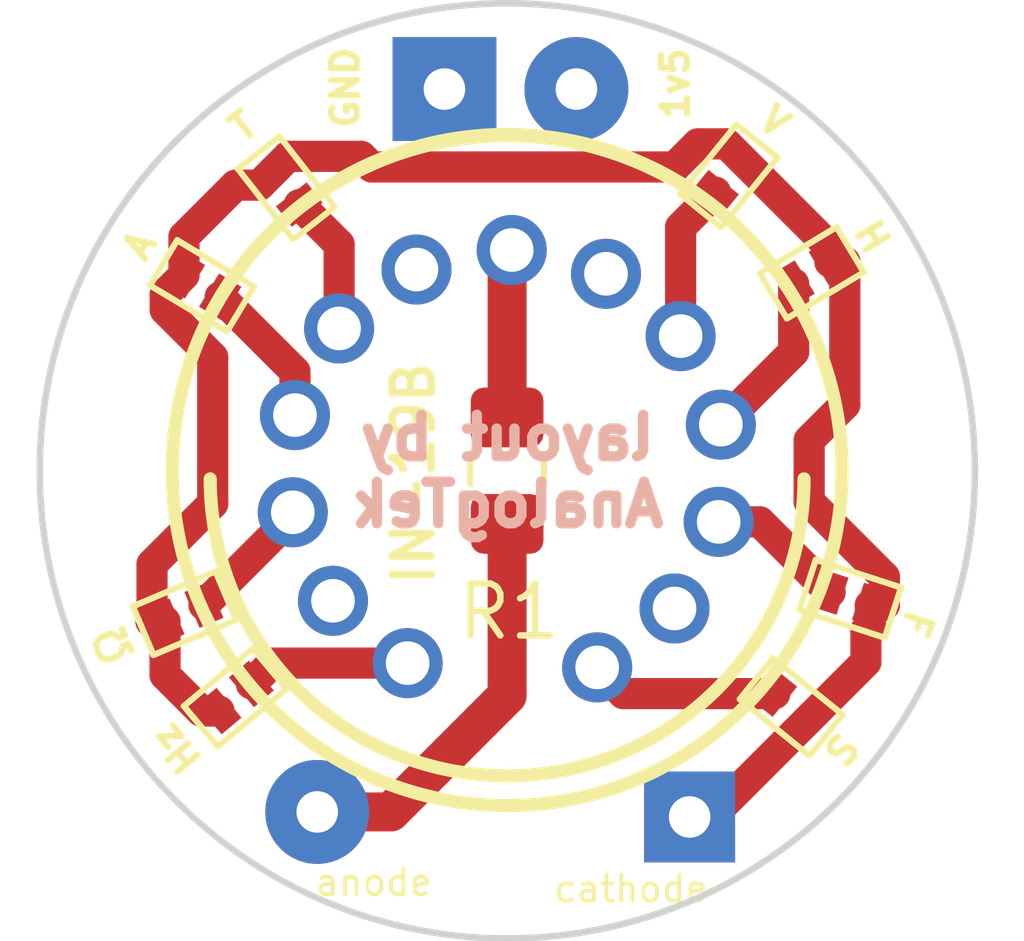
<source format=kicad_pcb>
(kicad_pcb (version 20171130) (host pcbnew "(5.1.5)-2")

  (general
    (thickness 1.6)
    (drawings 3)
    (tracks 60)
    (zones 0)
    (modules 16)
    (nets 14)
  )

  (page A4)
  (layers
    (0 F.Cu signal)
    (31 B.Cu signal)
    (32 B.Adhes user)
    (33 F.Adhes user)
    (34 B.Paste user)
    (35 F.Paste user)
    (36 B.SilkS user)
    (37 F.SilkS user)
    (38 B.Mask user)
    (39 F.Mask user)
    (40 Dwgs.User user)
    (41 Cmts.User user hide)
    (42 Eco1.User user)
    (43 Eco2.User user)
    (44 Edge.Cuts user)
    (45 Margin user)
    (46 B.CrtYd user)
    (47 F.CrtYd user)
    (48 B.Fab user hide)
    (49 F.Fab user hide)
  )

  (setup
    (last_trace_width 0.6)
    (user_trace_width 0.4)
    (user_trace_width 0.5)
    (user_trace_width 0.6)
    (user_trace_width 0.75)
    (trace_clearance 0.2)
    (zone_clearance 0.508)
    (zone_45_only no)
    (trace_min 0.2)
    (via_size 0.8)
    (via_drill 0.4)
    (via_min_size 0.4)
    (via_min_drill 0.3)
    (uvia_size 0.3)
    (uvia_drill 0.1)
    (uvias_allowed no)
    (uvia_min_size 0.2)
    (uvia_min_drill 0.1)
    (edge_width 0.05)
    (segment_width 0.2)
    (pcb_text_width 0.3)
    (pcb_text_size 1.5 1.5)
    (mod_edge_width 0.12)
    (mod_text_size 1 1)
    (mod_text_width 0.15)
    (pad_size 0.5 0.75)
    (pad_drill 0)
    (pad_to_mask_clearance 0.051)
    (solder_mask_min_width 0.25)
    (aux_axis_origin 0 0)
    (grid_origin 99.71786 112.34166)
    (visible_elements 7FFFFFFF)
    (pcbplotparams
      (layerselection 0x010fc_ffffffff)
      (usegerberextensions false)
      (usegerberattributes false)
      (usegerberadvancedattributes false)
      (creategerberjobfile false)
      (excludeedgelayer true)
      (linewidth 0.100000)
      (plotframeref false)
      (viasonmask false)
      (mode 1)
      (useauxorigin false)
      (hpglpennumber 1)
      (hpglpenspeed 20)
      (hpglpendiameter 15.000000)
      (psnegative false)
      (psa4output false)
      (plotreference true)
      (plotvalue true)
      (plotinvisibletext false)
      (padsonsilk false)
      (subtractmaskfromsilk false)
      (outputformat 1)
      (mirror false)
      (drillshape 1)
      (scaleselection 1)
      (outputdirectory ""))
  )

  (net 0 "")
  (net 1 "Net-(J1-Pad1)")
  (net 2 "Net-(N1-Pad8)")
  (net 3 "Net-(N1-Pad14)")
  (net 4 "Net-(N1-Pad12)")
  (net 5 "Net-(N1-Pad11)")
  (net 6 "Net-(N1-Pad10)")
  (net 7 "Net-(N1-Pad6)")
  (net 8 "Net-(N1-Pad5)")
  (net 9 "Net-(N1-Pad4)")
  (net 10 "Net-(N1-Pad2)")
  (net 11 "Net-(J2-Pad1)")
  (net 12 "Net-(J3-Pad1)")
  (net 13 "Net-(J4-Pad1)")

  (net_class Default "This is the default net class."
    (clearance 0.2)
    (trace_width 0.25)
    (via_dia 0.8)
    (via_drill 0.4)
    (uvia_dia 0.3)
    (uvia_drill 0.1)
    (add_net "Net-(J1-Pad1)")
    (add_net "Net-(J2-Pad1)")
    (add_net "Net-(J3-Pad1)")
    (add_net "Net-(J4-Pad1)")
    (add_net "Net-(N1-Pad10)")
    (add_net "Net-(N1-Pad11)")
    (add_net "Net-(N1-Pad12)")
    (add_net "Net-(N1-Pad14)")
    (add_net "Net-(N1-Pad2)")
    (add_net "Net-(N1-Pad4)")
    (add_net "Net-(N1-Pad5)")
    (add_net "Net-(N1-Pad6)")
    (add_net "Net-(N1-Pad8)")
  )

  (module MountingHole:MountingHole_2.1mm (layer F.Cu) (tedit 5FB0728C) (tstamp 5FB0D799)
    (at 60.60948 110.50524)
    (descr "Mounting Hole 2.1mm, no annular")
    (tags "mounting hole 2.1mm no annular")
    (attr virtual)
    (fp_text reference REF** (at -0.00762 -1.25476) (layer F.SilkS) hide
      (effects (font (size 0.25 0.25) (thickness 0.0625)))
    )
    (fp_text value MountingHole_2.1mm (at 0 3.2) (layer F.Fab)
      (effects (font (size 1 1) (thickness 0.15)))
    )
    (fp_text user %R (at 0.3 0) (layer F.Fab)
      (effects (font (size 1 1) (thickness 0.15)))
    )
    (fp_circle (center 0 0) (end 2.1 0) (layer Cmts.User) (width 0.15))
    (fp_circle (center 0 0) (end 2.35 0) (layer F.CrtYd) (width 0.05))
    (pad "" np_thru_hole circle (at 0 0) (size 1.5 1.5) (drill 1.5) (layers *.Cu *.Mask))
  )

  (module MountingHole:MountingHole_2.1mm (layer F.Cu) (tedit 5FB0728C) (tstamp 5FB0D799)
    (at 75.39228 110.50524)
    (descr "Mounting Hole 2.1mm, no annular")
    (tags "mounting hole 2.1mm no annular")
    (attr virtual)
    (fp_text reference REF** (at 0.07112 -1.3335) (layer F.SilkS) hide
      (effects (font (size 0.25 0.25) (thickness 0.0625)))
    )
    (fp_text value MountingHole_2.1mm (at 0 3.2) (layer F.Fab)
      (effects (font (size 1 1) (thickness 0.15)))
    )
    (fp_text user %R (at 0.3 0) (layer F.Fab)
      (effects (font (size 1 1) (thickness 0.15)))
    )
    (fp_circle (center 0 0) (end 2.1 0) (layer Cmts.User) (width 0.15))
    (fp_circle (center 0 0) (end 2.35 0) (layer F.CrtYd) (width 0.05))
    (pad "" np_thru_hole circle (at 0 0) (size 1.5 1.5) (drill 1.5) (layers *.Cu *.Mask))
  )

  (module "USB Micro numitronWatch:SolderJumper-2-NixieNecklace" (layer F.Cu) (tedit 5FB062B3) (tstamp 5FB089CA)
    (at 74.82586 113.02746 342)
    (descr "SMD Solder Jumper, 1x1.5mm Pads, 0.3mm gap, open")
    (tags "solder jumper open")
    (attr virtual)
    (fp_text reference F (at 1.138118 0.089881 252 unlocked) (layer F.SilkS)
      (effects (font (size 0.5 0.5) (thickness 0.125)))
    )
    (fp_text value "SolderJumper-2 nixieNecklace" (at 0 1.9 162) (layer F.Fab)
      (effects (font (size 1 1) (thickness 0.15)))
    )
    (fp_line (start -1.2954 0.762) (end 0.8382 0.762) (layer F.CrtYd) (width 0.05))
    (fp_line (start 0.8382 -0.6858) (end 0.8382 0.762) (layer F.CrtYd) (width 0.05))
    (fp_line (start 0.635 0.5334) (end 0.635 -0.4826) (layer F.SilkS) (width 0.12))
    (fp_line (start 0.635 -0.4826) (end -1.0728 -0.4826) (layer F.SilkS) (width 0.12))
    (fp_line (start -1.0922 0.5334) (end -1.0922 -0.4826) (layer F.SilkS) (width 0.12))
    (fp_line (start 0.635 0.5334) (end -1.0668 0.5334) (layer F.SilkS) (width 0.12))
    (fp_line (start -1.2954 -0.6858) (end 0.8382 -0.6858) (layer F.CrtYd) (width 0.05))
    (fp_line (start -1.2954 -0.6858) (end -1.2954 0.762) (layer F.CrtYd) (width 0.05))
    (pad 2 smd rect (at 0.1778 0.0254 342) (size 0.5 0.75) (layers F.Cu F.Mask)
      (net 11 "Net-(J2-Pad1)"))
    (pad 1 smd rect (at -0.635 0.0254 342) (size 0.5 0.75) (layers F.Cu F.Mask)
      (net 9 "Net-(N1-Pad4)"))
  )

  (module "USB Micro numitronWatch:SolderJumper-2-NixieNecklace" (layer F.Cu) (tedit 5FB062B3) (tstamp 5FB08B44)
    (at 63.584369 104.907886 128)
    (descr "SMD Solder Jumper, 1x1.5mm Pads, 0.3mm gap, open")
    (tags "solder jumper open")
    (attr virtual)
    (fp_text reference T (at 1.218433 0.100295 38 unlocked) (layer F.SilkS)
      (effects (font (size 0.5 0.5) (thickness 0.125)))
    )
    (fp_text value "SolderJumper-2 nixieNecklace" (at 0 1.9 128) (layer F.Fab)
      (effects (font (size 1 1) (thickness 0.15)))
    )
    (fp_line (start -1.2954 0.762) (end 0.8382 0.762) (layer F.CrtYd) (width 0.05))
    (fp_line (start 0.8382 -0.6858) (end 0.8382 0.762) (layer F.CrtYd) (width 0.05))
    (fp_line (start 0.635 0.5334) (end 0.635 -0.4826) (layer F.SilkS) (width 0.12))
    (fp_line (start 0.635 -0.4826) (end -1.0728 -0.4826) (layer F.SilkS) (width 0.12))
    (fp_line (start -1.0922 0.5334) (end -1.0922 -0.4826) (layer F.SilkS) (width 0.12))
    (fp_line (start 0.635 0.5334) (end -1.0668 0.5334) (layer F.SilkS) (width 0.12))
    (fp_line (start -1.2954 -0.6858) (end 0.8382 -0.6858) (layer F.CrtYd) (width 0.05))
    (fp_line (start -1.2954 -0.6858) (end -1.2954 0.762) (layer F.CrtYd) (width 0.05))
    (pad 2 smd rect (at 0.1778 0.0254 128) (size 0.5 0.75) (layers F.Cu F.Mask)
      (net 11 "Net-(J2-Pad1)"))
    (pad 1 smd rect (at -0.635 0.0254 128) (size 0.5 0.75) (layers F.Cu F.Mask)
      (net 6 "Net-(N1-Pad10)"))
  )

  (module "USB Micro numitronWatch:SolderJumper-2-NixieNecklace" (layer F.Cu) (tedit 5FB06916) (tstamp 5FB0822F)
    (at 62.603169 115.047668 220)
    (descr "SMD Solder Jumper, 1x1.5mm Pads, 0.3mm gap, open")
    (tags "solder jumper open")
    (attr virtual)
    (fp_text reference Hz (at 1.263477 -0.004168 130 unlocked) (layer F.SilkS)
      (effects (font (size 0.5 0.5) (thickness 0.125)))
    )
    (fp_text value "SolderJumper-2 nixieNecklace" (at 0 1.9 40) (layer F.Fab)
      (effects (font (size 1 1) (thickness 0.15)))
    )
    (fp_line (start -1.2954 0.762) (end 0.8382 0.762) (layer F.CrtYd) (width 0.05))
    (fp_line (start 0.8382 -0.6858) (end 0.8382 0.762) (layer F.CrtYd) (width 0.05))
    (fp_line (start 0.635 0.5334) (end 0.635 -0.4826) (layer F.SilkS) (width 0.12))
    (fp_line (start 0.635 -0.4826) (end -1.0728 -0.4826) (layer F.SilkS) (width 0.12))
    (fp_line (start -1.0922 0.5334) (end -1.0922 -0.4826) (layer F.SilkS) (width 0.12))
    (fp_line (start 0.635 0.5334) (end -1.0668 0.5334) (layer F.SilkS) (width 0.12))
    (fp_line (start -1.2954 -0.6858) (end 0.8382 -0.6858) (layer F.CrtYd) (width 0.05))
    (fp_line (start -1.2954 -0.6858) (end -1.2954 0.762) (layer F.CrtYd) (width 0.05))
    (pad 2 smd rect (at 0.1778 0.0254 220) (size 0.5 0.75) (layers F.Cu F.Mask)
      (net 11 "Net-(J2-Pad1)"))
    (pad 1 smd rect (at -0.635 0.0254 220) (size 0.5 0.75) (layers F.Cu F.Mask)
      (net 3 "Net-(N1-Pad14)"))
  )

  (module "USB Micro numitronWatch:SolderJumper-2-NixieNecklace" (layer F.Cu) (tedit 5FB062B3) (tstamp 5FB080DC)
    (at 61.58484 113.37036 203)
    (descr "SMD Solder Jumper, 1x1.5mm Pads, 0.3mm gap, open")
    (tags "solder jumper open")
    (attr virtual)
    (fp_text reference Ω (at 1.266356 -0.006057 113 unlocked) (layer F.SilkS)
      (effects (font (size 0.6 0.6) (thickness 0.125)))
    )
    (fp_text value "SolderJumper-2 nixieNecklace" (at 0 1.9 23) (layer F.Fab)
      (effects (font (size 1 1) (thickness 0.15)))
    )
    (fp_line (start -1.2954 0.762) (end 0.8382 0.762) (layer F.CrtYd) (width 0.05))
    (fp_line (start 0.8382 -0.6858) (end 0.8382 0.762) (layer F.CrtYd) (width 0.05))
    (fp_line (start 0.635 0.5334) (end 0.635 -0.4826) (layer F.SilkS) (width 0.12))
    (fp_line (start 0.635 -0.4826) (end -1.0728 -0.4826) (layer F.SilkS) (width 0.12))
    (fp_line (start -1.0922 0.5334) (end -1.0922 -0.4826) (layer F.SilkS) (width 0.12))
    (fp_line (start 0.635 0.5334) (end -1.0668 0.5334) (layer F.SilkS) (width 0.12))
    (fp_line (start -1.2954 -0.6858) (end 0.8382 -0.6858) (layer F.CrtYd) (width 0.05))
    (fp_line (start -1.2954 -0.6858) (end -1.2954 0.762) (layer F.CrtYd) (width 0.05))
    (pad 2 smd rect (at 0.1778 0.0254 203) (size 0.5 0.75) (layers F.Cu F.Mask)
      (net 11 "Net-(J2-Pad1)"))
    (pad 1 smd rect (at -0.635 0.0254 203) (size 0.5 0.75) (layers F.Cu F.Mask)
      (net 4 "Net-(N1-Pad12)"))
  )

  (module "USB Micro numitronWatch:SolderJumper-2-NixieNecklace" (layer F.Cu) (tedit 5FB062B3) (tstamp 5FB0903A)
    (at 61.91504 106.86288 149)
    (descr "SMD Solder Jumper, 1x1.5mm Pads, 0.3mm gap, open")
    (tags "solder jumper open")
    (attr virtual)
    (fp_text reference A (at 1.205369 0.072855 59 unlocked) (layer F.SilkS)
      (effects (font (size 0.5 0.5) (thickness 0.125)))
    )
    (fp_text value "SolderJumper-2 nixieNecklace" (at 0 1.9 149) (layer F.Fab)
      (effects (font (size 1 1) (thickness 0.15)))
    )
    (fp_line (start -1.2954 0.762) (end 0.8382 0.762) (layer F.CrtYd) (width 0.05))
    (fp_line (start 0.8382 -0.6858) (end 0.8382 0.762) (layer F.CrtYd) (width 0.05))
    (fp_line (start 0.635 0.5334) (end 0.635 -0.4826) (layer F.SilkS) (width 0.12))
    (fp_line (start 0.635 -0.4826) (end -1.0728 -0.4826) (layer F.SilkS) (width 0.12))
    (fp_line (start -1.0922 0.5334) (end -1.0922 -0.4826) (layer F.SilkS) (width 0.12))
    (fp_line (start 0.635 0.5334) (end -1.0668 0.5334) (layer F.SilkS) (width 0.12))
    (fp_line (start -1.2954 -0.6858) (end 0.8382 -0.6858) (layer F.CrtYd) (width 0.05))
    (fp_line (start -1.2954 -0.6858) (end -1.2954 0.762) (layer F.CrtYd) (width 0.05))
    (pad 2 smd rect (at 0.1778 0.0254 149) (size 0.5 0.75) (layers F.Cu F.Mask)
      (net 11 "Net-(J2-Pad1)"))
    (pad 1 smd rect (at -0.635 0.0254 149) (size 0.5 0.75) (layers F.Cu F.Mask)
      (net 5 "Net-(N1-Pad11)"))
  )

  (module "USB Micro numitronWatch:SolderJumper-2-NixieNecklace" (layer F.Cu) (tedit 5FB062B3) (tstamp 5FB08DD4)
    (at 72.38746 104.64546 51)
    (descr "SMD Solder Jumper, 1x1.5mm Pads, 0.3mm gap, open")
    (tags "solder jumper open")
    (attr virtual)
    (fp_text reference V (at 1.138961 0.052949 321) (layer F.SilkS)
      (effects (font (size 0.5 0.5) (thickness 0.125)))
    )
    (fp_text value "SolderJumper-2 nixieNecklace" (at 0 1.9 51) (layer F.Fab)
      (effects (font (size 1 1) (thickness 0.15)))
    )
    (fp_line (start -1.2954 0.762) (end 0.8382 0.762) (layer F.CrtYd) (width 0.05))
    (fp_line (start 0.8382 -0.6858) (end 0.8382 0.762) (layer F.CrtYd) (width 0.05))
    (fp_line (start 0.635 0.5334) (end 0.635 -0.4826) (layer F.SilkS) (width 0.12))
    (fp_line (start 0.635 -0.4826) (end -1.0728 -0.4826) (layer F.SilkS) (width 0.12))
    (fp_line (start -1.0922 0.5334) (end -1.0922 -0.4826) (layer F.SilkS) (width 0.12))
    (fp_line (start 0.635 0.5334) (end -1.0668 0.5334) (layer F.SilkS) (width 0.12))
    (fp_line (start -1.2954 -0.6858) (end 0.8382 -0.6858) (layer F.CrtYd) (width 0.05))
    (fp_line (start -1.2954 -0.6858) (end -1.2954 0.762) (layer F.CrtYd) (width 0.05))
    (pad 2 smd rect (at 0.1778 0.0254 51) (size 0.5 0.75) (layers F.Cu F.Mask)
      (net 11 "Net-(J2-Pad1)"))
    (pad 1 smd rect (at -0.635 0.0254 51) (size 0.5 0.75) (layers F.Cu F.Mask)
      (net 7 "Net-(N1-Pad6)"))
  )

  (module "USB Micro numitronWatch:SolderJumper-2-NixieNecklace" (layer F.Cu) (tedit 5FB062B3) (tstamp 5FB03B35)
    (at 74.042286 106.566563 31)
    (descr "SMD Solder Jumper, 1x1.5mm Pads, 0.3mm gap, open")
    (tags "solder jumper open")
    (attr virtual)
    (fp_text reference H (at 1.124537 0.030876 121) (layer F.SilkS)
      (effects (font (size 0.5 0.5) (thickness 0.125)))
    )
    (fp_text value "SolderJumper-2 nixieNecklace" (at 0 1.9 31) (layer F.Fab)
      (effects (font (size 1 1) (thickness 0.15)))
    )
    (fp_line (start -1.2954 0.762) (end 0.8382 0.762) (layer F.CrtYd) (width 0.05))
    (fp_line (start 0.8382 -0.6858) (end 0.8382 0.762) (layer F.CrtYd) (width 0.05))
    (fp_line (start 0.635 0.5334) (end 0.635 -0.4826) (layer F.SilkS) (width 0.12))
    (fp_line (start 0.635 -0.4826) (end -1.0728 -0.4826) (layer F.SilkS) (width 0.12))
    (fp_line (start -1.0922 0.5334) (end -1.0922 -0.4826) (layer F.SilkS) (width 0.12))
    (fp_line (start 0.635 0.5334) (end -1.0668 0.5334) (layer F.SilkS) (width 0.12))
    (fp_line (start -1.2954 -0.6858) (end 0.8382 -0.6858) (layer F.CrtYd) (width 0.05))
    (fp_line (start -1.2954 -0.6858) (end -1.2954 0.762) (layer F.CrtYd) (width 0.05))
    (pad 2 smd rect (at 0.1778 0.0254 31) (size 0.5 0.75) (layers F.Cu F.Mask)
      (net 11 "Net-(J2-Pad1)"))
    (pad 1 smd rect (at -0.635 0.0254 31) (size 0.5 0.75) (layers F.Cu F.Mask)
      (net 8 "Net-(N1-Pad5)"))
  )

  (module "USB Micro numitronWatch:SolderJumper-2-NixieNecklace" (layer F.Cu) (tedit 5FB062B3) (tstamp 5FB07D88)
    (at 73.65746 115.18646 321)
    (descr "SMD Solder Jumper, 1x1.5mm Pads, 0.3mm gap, open")
    (tags "solder jumper open")
    (attr virtual)
    (fp_text reference S (at 1.080362 0.055232 231) (layer F.SilkS)
      (effects (font (size 0.5 0.5) (thickness 0.125)))
    )
    (fp_text value "SolderJumper-2 nixieNecklace" (at -0.000001 1.9 141) (layer F.Fab)
      (effects (font (size 1 1) (thickness 0.15)))
    )
    (fp_line (start -1.2954 0.762) (end 0.8382 0.762) (layer F.CrtYd) (width 0.05))
    (fp_line (start 0.8382 -0.6858) (end 0.8382 0.762) (layer F.CrtYd) (width 0.05))
    (fp_line (start 0.635 0.5334) (end 0.635 -0.4826) (layer F.SilkS) (width 0.12))
    (fp_line (start 0.635 -0.4826) (end -1.0728 -0.4826) (layer F.SilkS) (width 0.12))
    (fp_line (start -1.0922 0.5334) (end -1.0922 -0.4826) (layer F.SilkS) (width 0.12))
    (fp_line (start 0.635 0.5334) (end -1.0668 0.5334) (layer F.SilkS) (width 0.12))
    (fp_line (start -1.2954 -0.6858) (end 0.8382 -0.6858) (layer F.CrtYd) (width 0.05))
    (fp_line (start -1.2954 -0.6858) (end -1.2954 0.762) (layer F.CrtYd) (width 0.05))
    (pad 2 smd rect (at 0.1778 0.0254 321) (size 0.5 0.75) (layers F.Cu F.Mask)
      (net 11 "Net-(J2-Pad1)"))
    (pad 1 smd rect (at -0.635 0.0254 321) (size 0.5 0.75) (layers F.Cu F.Mask)
      (net 10 "Net-(N1-Pad2)"))
  )

  (module Connector_Wire:SolderWirePad_1x01_Drill0.8mm (layer F.Cu) (tedit 5FB02632) (tstamp 5FAFBE4C)
    (at 71.50862 117.18036)
    (descr "Wire solder connection")
    (tags connector)
    (path /5FAF8C0E)
    (attr virtual)
    (fp_text reference cathode (at -1.12776 1.3843 180) (layer F.SilkS)
      (effects (font (size 0.5 0.5) (thickness 0.075)))
    )
    (fp_text value cathode (at 0 2.54) (layer F.Fab)
      (effects (font (size 1 1) (thickness 0.15)))
    )
    (fp_line (start 1.5 1.5) (end -1.5 1.5) (layer F.CrtYd) (width 0.05))
    (fp_line (start 1.5 1.5) (end 1.5 -1.5) (layer F.CrtYd) (width 0.05))
    (fp_line (start -1.5 -1.5) (end -1.5 1.5) (layer F.CrtYd) (width 0.05))
    (fp_line (start -1.5 -1.5) (end 1.5 -1.5) (layer F.CrtYd) (width 0.05))
    (fp_text user %R (at 0 0) (layer F.Fab)
      (effects (font (size 1 1) (thickness 0.15)))
    )
    (pad 1 thru_hole rect (at 0 0) (size 1.75 1.75) (drill 0.8001) (layers *.Cu *.Mask)
      (net 11 "Net-(J2-Pad1)"))
  )

  (module Connector_Wire:SolderWirePad_1x01_Drill0.8mm (layer F.Cu) (tedit 5FB01FF2) (tstamp 5FAFB9B4)
    (at 66.7893 103.16972)
    (descr "Wire solder connection")
    (tags connector)
    (path /5FAF8467)
    (attr virtual)
    (fp_text reference GND (at -1.905 -0.0254 90) (layer F.SilkS)
      (effects (font (size 0.5 0.5) (thickness 0.125)))
    )
    (fp_text value GND (at 0 2.54) (layer F.Fab)
      (effects (font (size 1 1) (thickness 0.15)))
    )
    (fp_line (start 1.5 1.5) (end -1.5 1.5) (layer F.CrtYd) (width 0.05))
    (fp_line (start 1.5 1.5) (end 1.5 -1.5) (layer F.CrtYd) (width 0.05))
    (fp_line (start -1.5 -1.5) (end -1.5 1.5) (layer F.CrtYd) (width 0.05))
    (fp_line (start -1.5 -1.5) (end 1.5 -1.5) (layer F.CrtYd) (width 0.05))
    (fp_text user %R (at 0 0) (layer F.Fab)
      (effects (font (size 1 1) (thickness 0.15)))
    )
    (pad 1 thru_hole rect (at 0 0) (size 1.99898 1.99898) (drill 0.8001) (layers *.Cu *.Mask)
      (net 13 "Net-(J4-Pad1)"))
  )

  (module Connector_Wire:SolderWirePad_1x01_Drill0.8mm (layer F.Cu) (tedit 5FB01FF7) (tstamp 5FAFB9AA)
    (at 69.3293 103.16972)
    (descr "Wire solder connection")
    (tags connector)
    (path /5FAF86E0)
    (attr virtual)
    (fp_text reference 1v5 (at 1.905 -0.1016 90) (layer F.SilkS)
      (effects (font (size 0.5 0.5) (thickness 0.125)))
    )
    (fp_text value 1v5 (at 0 2.54) (layer F.Fab)
      (effects (font (size 1 1) (thickness 0.15)))
    )
    (fp_line (start 1.5 1.5) (end -1.5 1.5) (layer F.CrtYd) (width 0.05))
    (fp_line (start 1.5 1.5) (end 1.5 -1.5) (layer F.CrtYd) (width 0.05))
    (fp_line (start -1.5 -1.5) (end -1.5 1.5) (layer F.CrtYd) (width 0.05))
    (fp_line (start -1.5 -1.5) (end 1.5 -1.5) (layer F.CrtYd) (width 0.05))
    (fp_text user %R (at 0 0) (layer F.Fab)
      (effects (font (size 1 1) (thickness 0.15)))
    )
    (pad 1 thru_hole circle (at 0 0) (size 1.99898 1.99898) (drill 0.8001) (layers *.Cu *.Mask)
      (net 12 "Net-(J3-Pad1)"))
  )

  (module nixies-us:IN-19 (layer F.Cu) (tedit 0) (tstamp 5FB048B4)
    (at 67.9958 110.5154)
    (path /5FAF5585)
    (fp_text reference N1 (at 2.0828 0.4826 90) (layer F.SilkS) hide
      (effects (font (size 0.5 0.5) (thickness 0.1016)) (justify left bottom))
    )
    (fp_text value IN-19B (at -1.8034 0.0508 90) (layer F.SilkS)
      (effects (font (size 0.75 0.75) (thickness 0.15)))
    )
    (fp_circle (center 0 0) (end 6.4465 0) (layer F.SilkS) (width 0.254))
    (fp_circle (center -0.0058 -0.0428) (end 6.4699 -0.0428) (layer F.SilkS) (width 0.16))
    (fp_arc (start 0 0.158799) (end -5.715 0.1588) (angle -180) (layer F.SilkS) (width 0.254))
    (fp_arc (start 0 0.158799) (end -5.715 0.1588) (angle -180) (layer F.SilkS) (width 0.16))
    (pad 14 thru_hole circle (at -1.915 3.7041 333) (size 1.348 1.348) (drill 0.84) (layers *.Cu *.Mask)
      (net 3 "Net-(N1-Pad14)") (solder_mask_margin 0.1016))
    (pad 13 thru_hole circle (at -3.3517 2.5047 333) (size 1.348 1.348) (drill 0.84) (layers *.Cu *.Mask)
      (solder_mask_margin 0.1016))
    (pad 12 thru_hole circle (at -4.1256 0.8007 333) (size 1.348 1.348) (drill 0.84) (layers *.Cu *.Mask)
      (net 4 "Net-(N1-Pad12)") (solder_mask_margin 0.1016))
    (pad 11 thru_hole circle (at -4.0837 -1.0703 333) (size 1.348 1.348) (drill 0.84) (layers *.Cu *.Mask)
      (net 5 "Net-(N1-Pad11)") (solder_mask_margin 0.1016))
    (pad 10 thru_hole circle (at -3.234 -2.7379 333) (size 1.348 1.348) (drill 0.84) (layers *.Cu *.Mask)
      (net 6 "Net-(N1-Pad10)") (solder_mask_margin 0.1016))
    (pad 9 thru_hole circle (at -1.745 -3.8716 333) (size 1.348 1.348) (drill 0.84) (layers *.Cu *.Mask)
      (solder_mask_margin 0.1016))
    (pad 8 thru_hole circle (at 0.0886 -4.2471 333) (size 1.348 1.348) (drill 0.84) (layers *.Cu *.Mask)
      (net 2 "Net-(N1-Pad8)") (solder_mask_margin 0.1016))
    (pad 7 thru_hole circle (at 1.9034 -3.7897 333) (size 1.348 1.348) (drill 0.84) (layers *.Cu *.Mask)
      (solder_mask_margin 0.1016))
    (pad 6 thru_hole circle (at 3.34 -2.5904 333) (size 1.348 1.348) (drill 0.84) (layers *.Cu *.Mask)
      (net 7 "Net-(N1-Pad6)") (solder_mask_margin 0.1016))
    (pad 5 thru_hole circle (at 4.114 -0.8863 333) (size 1.348 1.348) (drill 0.84) (layers *.Cu *.Mask)
      (net 8 "Net-(N1-Pad5)") (solder_mask_margin 0.1016))
    (pad 4 thru_hole circle (at 4.0721 0.9847 333) (size 1.348 1.348) (drill 0.84) (layers *.Cu *.Mask)
      (net 9 "Net-(N1-Pad4)") (solder_mask_margin 0.1016))
    (pad 3 thru_hole circle (at 3.2224 2.6523 333) (size 1.348 1.348) (drill 0.84) (layers *.Cu *.Mask)
      (solder_mask_margin 0.1016))
    (pad 2 thru_hole circle (at 1.7333 3.786 333) (size 1.348 1.348) (drill 0.84) (layers *.Cu *.Mask)
      (net 10 "Net-(N1-Pad2)") (solder_mask_margin 0.1016))
  )

  (module Resistor_SMD:R_0805_2012Metric_Pad1.15x1.40mm_HandSolder (layer F.Cu) (tedit 5B36C52B) (tstamp 5FAFB4E3)
    (at 67.9958 110.5154 90)
    (descr "Resistor SMD 0805 (2012 Metric), square (rectangular) end terminal, IPC_7351 nominal with elongated pad for handsoldering. (Body size source: https://docs.google.com/spreadsheets/d/1BsfQQcO9C6DZCsRaXUlFlo91Tg2WpOkGARC1WS5S8t0/edit?usp=sharing), generated with kicad-footprint-generator")
    (tags "resistor handsolder")
    (path /5FAF5A89)
    (attr smd)
    (fp_text reference R1 (at -2.71526 0.03556) (layer F.SilkS)
      (effects (font (size 1 1) (thickness 0.125)))
    )
    (fp_text value R (at 0 1.65 90) (layer F.Fab)
      (effects (font (size 1 1) (thickness 0.15)))
    )
    (fp_text user %R (at 0 0 90) (layer F.Fab)
      (effects (font (size 0.5 0.5) (thickness 0.08)))
    )
    (fp_line (start 1.85 0.95) (end -1.85 0.95) (layer F.CrtYd) (width 0.05))
    (fp_line (start 1.85 -0.95) (end 1.85 0.95) (layer F.CrtYd) (width 0.05))
    (fp_line (start -1.85 -0.95) (end 1.85 -0.95) (layer F.CrtYd) (width 0.05))
    (fp_line (start -1.85 0.95) (end -1.85 -0.95) (layer F.CrtYd) (width 0.05))
    (fp_line (start -0.261252 0.71) (end 0.261252 0.71) (layer F.SilkS) (width 0.12))
    (fp_line (start -0.261252 -0.71) (end 0.261252 -0.71) (layer F.SilkS) (width 0.12))
    (fp_line (start 1 0.6) (end -1 0.6) (layer F.Fab) (width 0.1))
    (fp_line (start 1 -0.6) (end 1 0.6) (layer F.Fab) (width 0.1))
    (fp_line (start -1 -0.6) (end 1 -0.6) (layer F.Fab) (width 0.1))
    (fp_line (start -1 0.6) (end -1 -0.6) (layer F.Fab) (width 0.1))
    (pad 2 smd roundrect (at 1.025 0 90) (size 1.15 1.4) (layers F.Cu F.Paste F.Mask) (roundrect_rratio 0.217391)
      (net 2 "Net-(N1-Pad8)"))
    (pad 1 smd roundrect (at -1.025 0 90) (size 1.15 1.4) (layers F.Cu F.Paste F.Mask) (roundrect_rratio 0.217391)
      (net 1 "Net-(J1-Pad1)"))
    (model ${KISYS3DMOD}/Resistor_SMD.3dshapes/R_0805_2012Metric.wrl
      (at (xyz 0 0 0))
      (scale (xyz 1 1 1))
      (rotate (xyz 0 0 0))
    )
  )

  (module Connector_Wire:SolderWirePad_1x01_Drill0.8mm (layer F.Cu) (tedit 5FB025FF) (tstamp 5FB09EF3)
    (at 64.34074 117.08384)
    (descr "Wire solder connection")
    (tags connector)
    (path /5FAF631B)
    (attr virtual)
    (fp_text reference anode (at 1.08712 1.35382 180) (layer F.SilkS)
      (effects (font (size 0.5 0.5) (thickness 0.075)))
    )
    (fp_text value anode (at 0 2.54) (layer F.Fab)
      (effects (font (size 1 1) (thickness 0.15)))
    )
    (fp_line (start 1.5 1.5) (end -1.5 1.5) (layer F.CrtYd) (width 0.05))
    (fp_line (start 1.5 1.5) (end 1.5 -1.5) (layer F.CrtYd) (width 0.05))
    (fp_line (start -1.5 -1.5) (end -1.5 1.5) (layer F.CrtYd) (width 0.05))
    (fp_line (start -1.5 -1.5) (end 1.5 -1.5) (layer F.CrtYd) (width 0.05))
    (fp_text user %R (at 0 0) (layer F.Fab)
      (effects (font (size 1 1) (thickness 0.15)))
    )
    (pad 1 thru_hole circle (at 0 0) (size 2 2) (drill 0.8001) (layers *.Cu *.Mask)
      (net 1 "Net-(J1-Pad1)"))
  )

  (gr_text "layout by\nAnalogTek" (at 68.00342 110.52302) (layer B.SilkS)
    (effects (font (size 0.8 0.8) (thickness 0.2)) (justify mirror))
  )
  (gr_circle (center 68.00342 110.52302) (end 77.00342 110.52302) (layer Edge.Cuts) (width 0.12) (tstamp 5FB086A0))
  (gr_circle (center 67.9958 110.5154) (end 76.9958 110.5154) (layer Edge.Cuts) (width 0.12) (tstamp 5FAFBDCF))

  (segment (start 67.9958 112.1154) (end 67.9958 111.5404) (width 0.75) (layer F.Cu) (net 1))
  (segment (start 67.9958 114.842993) (end 67.9958 112.1154) (width 0.75) (layer F.Cu) (net 1))
  (segment (start 65.754953 117.08384) (end 67.9958 114.842993) (width 0.75) (layer F.Cu) (net 1))
  (segment (start 64.34074 117.08384) (end 65.754953 117.08384) (width 0.75) (layer F.Cu) (net 1))
  (segment (start 67.9958 106.3569) (end 68.0844 106.2683) (width 0.75) (layer F.Cu) (net 2))
  (segment (start 67.9958 109.4904) (end 67.9958 106.3569) (width 0.75) (layer F.Cu) (net 2))
  (segment (start 63.47382 114.2195) (end 63.07328 114.62004) (width 0.6) (layer F.Cu) (net 3))
  (segment (start 66.0808 114.2195) (end 63.47382 114.2195) (width 0.6) (layer F.Cu) (net 3))
  (segment (start 63.8702 111.388101) (end 62.159436 113.098865) (width 0.6) (layer F.Cu) (net 4))
  (segment (start 63.8702 111.3161) (end 63.8702 111.388101) (width 0.6) (layer F.Cu) (net 4))
  (segment (start 63.9121 108.607834) (end 62.472423 107.168157) (width 0.6) (layer F.Cu) (net 5))
  (segment (start 63.9121 109.4451) (end 63.9121 108.607834) (width 0.6) (layer F.Cu) (net 5))
  (segment (start 64.7618 106.159105) (end 63.99533 105.392635) (width 0.6) (layer F.Cu) (net 6))
  (segment (start 64.7618 107.7775) (end 64.7618 106.159105) (width 0.6) (layer F.Cu) (net 6))
  (segment (start 71.3358 105.826713) (end 72.007581 105.154932) (width 0.6) (layer F.Cu) (net 7))
  (segment (start 71.3358 107.925) (end 71.3358 105.826713) (width 0.6) (layer F.Cu) (net 7))
  (segment (start 73.511067 108.227833) (end 73.511067 106.915384) (width 0.6) (layer F.Cu) (net 8))
  (segment (start 72.1098 109.6291) (end 73.511067 108.227833) (width 0.6) (layer F.Cu) (net 8))
  (segment (start 72.858799 111.5001) (end 74.21409 112.855391) (width 0.6) (layer F.Cu) (net 9))
  (segment (start 72.0679 111.5001) (end 72.858799 111.5001) (width 0.6) (layer F.Cu) (net 9))
  (segment (start 70.234281 114.806581) (end 73.147988 114.806581) (width 0.6) (layer F.Cu) (net 10))
  (segment (start 69.7291 114.3014) (end 70.234281 114.806581) (width 0.6) (layer F.Cu) (net 10))
  (segment (start 71.917385 117.18036) (end 73.779652 115.318093) (width 0.6) (layer F.Cu) (net 11))
  (segment (start 71.50862 117.18036) (end 71.917385 117.18036) (width 0.6) (layer F.Cu) (net 11))
  (segment (start 74.207772 106.211947) (end 72.519093 104.523268) (width 0.6) (layer F.Cu) (net 11))
  (segment (start 74.207772 106.496761) (end 74.207772 106.211947) (width 0.6) (layer F.Cu) (net 11))
  (segment (start 72.252468 104.256643) (end 72.519093 104.523268) (width 0.6) (layer F.Cu) (net 11))
  (segment (start 72.220465 104.22464) (end 72.252468 104.256643) (width 0.6) (layer F.Cu) (net 11))
  (segment (start 71.221798 104.669211) (end 71.666369 104.22464) (width 0.6) (layer F.Cu) (net 11))
  (segment (start 65.389809 104.669211) (end 71.221798 104.669211) (width 0.6) (layer F.Cu) (net 11))
  (segment (start 71.666369 104.22464) (end 72.220465 104.22464) (width 0.6) (layer F.Cu) (net 11))
  (segment (start 65.185347 104.464749) (end 65.389809 104.669211) (width 0.6) (layer F.Cu) (net 11))
  (segment (start 63.782311 104.464749) (end 65.185347 104.464749) (width 0.6) (layer F.Cu) (net 11))
  (segment (start 63.49492 104.75214) (end 63.782311 104.464749) (width 0.6) (layer F.Cu) (net 11))
  (segment (start 63.227764 105.019296) (end 62.768024 105.019296) (width 0.6) (layer F.Cu) (net 11))
  (segment (start 63.49492 104.75214) (end 63.227764 105.019296) (width 0.6) (layer F.Cu) (net 11))
  (segment (start 61.775718 106.011602) (end 61.775718 106.749534) (width 0.6) (layer F.Cu) (net 11))
  (segment (start 62.768024 105.019296) (end 61.775718 106.011602) (width 0.6) (layer F.Cu) (net 11))
  (segment (start 62.450639 115.142498) (end 62.107298 115.142498) (width 0.6) (layer F.Cu) (net 11))
  (segment (start 61.41125 114.44645) (end 61.41125 113.416451) (width 0.6) (layer F.Cu) (net 11))
  (segment (start 62.107298 115.142498) (end 61.41125 114.44645) (width 0.6) (layer F.Cu) (net 11))
  (segment (start 61.139661 113.416451) (end 61.16066 113.395452) (width 0.6) (layer F.Cu) (net 11))
  (segment (start 61.16066 113.395452) (end 61.16066 112.31626) (width 0.6) (layer F.Cu) (net 11))
  (segment (start 61.16066 112.31626) (end 62.32906 111.14786) (width 0.6) (layer F.Cu) (net 11))
  (segment (start 62.32906 108.332026) (end 61.41466 107.417626) (width 0.6) (layer F.Cu) (net 11))
  (segment (start 62.32906 111.14786) (end 62.32906 108.332026) (width 0.6) (layer F.Cu) (net 11))
  (segment (start 61.41466 107.110592) (end 61.775718 106.749534) (width 0.6) (layer F.Cu) (net 11))
  (segment (start 61.41466 107.417626) (end 61.41466 107.110592) (width 0.6) (layer F.Cu) (net 11))
  (segment (start 74.987109 113.500858) (end 74.90206 113.585907) (width 0.6) (layer F.Cu) (net 11))
  (segment (start 74.987109 113.10656) (end 74.987109 113.500858) (width 0.6) (layer F.Cu) (net 11))
  (segment (start 74.90206 114.195685) (end 73.779652 115.318093) (width 0.6) (layer F.Cu) (net 11))
  (segment (start 74.90206 113.585907) (end 74.90206 114.195685) (width 0.6) (layer F.Cu) (net 11))
  (segment (start 74.49943 106.496761) (end 74.49566 106.500531) (width 0.6) (layer F.Cu) (net 11))
  (segment (start 74.49566 106.500531) (end 74.49566 109.24286) (width 0.6) (layer F.Cu) (net 11))
  (segment (start 74.49566 109.24286) (end 73.80986 109.92866) (width 0.6) (layer F.Cu) (net 11))
  (segment (start 73.80986 109.92866) (end 73.80986 111.111001) (width 0.6) (layer F.Cu) (net 11))
  (segment (start 73.80986 111.111001) (end 75.25766 112.558801) (width 0.6) (layer F.Cu) (net 11))
  (segment (start 75.249974 113.10656) (end 74.987109 113.10656) (width 0.6) (layer F.Cu) (net 11))
  (segment (start 75.25766 113.098874) (end 75.249974 113.10656) (width 0.6) (layer F.Cu) (net 11))
  (segment (start 75.25766 112.558801) (end 75.25766 113.098874) (width 0.6) (layer F.Cu) (net 11))

)

</source>
